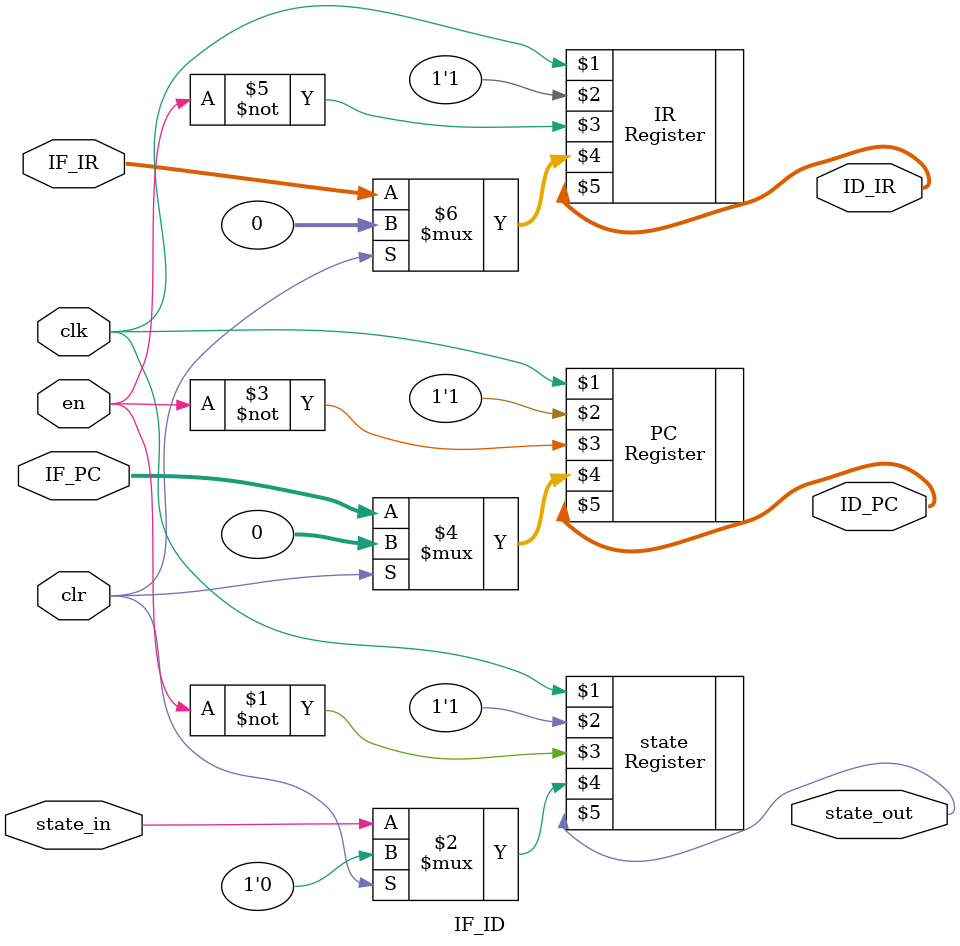
<source format=v>
`timescale 1ns / 1ps


module IF_ID(clk, clr, state_in, en, state_out, IF_PC, IF_IR, ID_PC, ID_IR);
    input clk, clr, state_in, en;
    output state_out;
    input[31:0] IF_PC, IF_IR;
    output[31:0] ID_PC, ID_IR;
    Register #(1)state(clk, 1'b1, ~en, clr?1'b0:state_in, state_out);
    Register #(32)PC(clk, 1'b1, ~en, clr?32'b0:IF_PC, ID_PC);
    Register #(32)IR(clk, 1'b1, ~en, clr?32'b0:IF_IR, ID_IR);
endmodule

</source>
